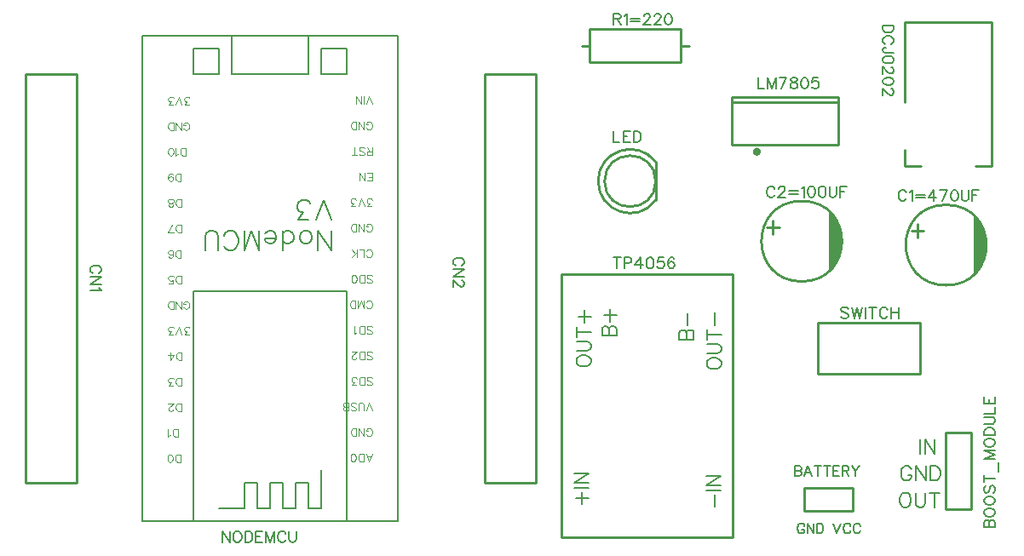
<source format=gto>
G04 Layer: TopSilkLayer*
G04 EasyEDA v6.4.0, 2020-07-10T11:57:04+05:30*
G04 10c5ef2ce51e4c2f8f143787e658d517,b6e8962e620740079bb188d2402746ea,10*
G04 Gerber Generator version 0.2*
G04 Scale: 100 percent, Rotated: No, Reflected: No *
G04 Dimensions in inches *
G04 leading zeros omitted , absolute positions ,2 integer and 4 decimal *
%FSLAX24Y24*%
%MOIN*%
G90*
G70D02*

%ADD10C,0.010000*%
%ADD23C,0.008000*%
%ADD24C,0.015748*%
%ADD25C,0.006000*%
%ADD26C,0.002560*%

%LPD*%
G54D10*
G01X20800Y2600D02*
G01X18800Y2600D01*
G01X18800Y18600D01*
G01X20800Y18600D01*
G01X20800Y2600D01*
G01X2850Y2600D02*
G01X850Y2600D01*
G01X850Y18600D01*
G01X2850Y18600D01*
G01X2850Y2600D01*
G01X36850Y4550D02*
G01X37850Y4550D01*
G01X37850Y1550D01*
G01X36850Y1550D01*
G01X36850Y4550D01*
G01X25500Y13650D02*
G01X25500Y15150D01*
G01X21800Y10750D02*
G01X21800Y450D01*
G01X28500Y450D01*
G01X28500Y10750D01*
G01X21800Y10750D01*
G01X31850Y6850D02*
G01X31850Y8850D01*
G01X35850Y8850D01*
G01X35850Y6850D01*
G01X31850Y6850D01*
G01X32636Y17505D02*
G01X28463Y17505D01*
G01X28463Y17702D02*
G01X32636Y17702D01*
G01X32636Y15813D01*
G01X28463Y15813D01*
G01X28463Y17700D01*
G01X28463Y17702D01*
G54D23*
G01X5400Y20100D02*
G01X8900Y20100D01*
G01X11900Y20100D01*
G01X15400Y20100D01*
G01X15400Y1100D01*
G01X13400Y1100D01*
G01X7400Y1100D01*
G01X5400Y1100D01*
G01X5400Y20100D01*
G01X13400Y1100D02*
G01X13400Y10100D01*
G01X7400Y10100D01*
G01X7400Y1100D01*
G01X11900Y20100D02*
G01X11900Y18600D01*
G01X8900Y18600D01*
G01X8900Y20100D01*
G01X12400Y3100D02*
G01X12400Y1600D01*
G01X11900Y1600D01*
G01X11900Y2600D01*
G01X11400Y2600D01*
G01X11400Y1600D01*
G01X10900Y1600D01*
G01X10900Y2600D01*
G01X10400Y2600D01*
G01X10400Y1600D01*
G01X9900Y1600D01*
G01X9900Y2600D01*
G01X9400Y2600D01*
G01X9400Y1600D01*
G01X8400Y1600D01*
G01X13400Y18600D02*
G01X12400Y18600D01*
G01X12400Y19600D01*
G01X13400Y19600D01*
G01X13400Y18600D01*
G01X8400Y18600D02*
G01X8400Y19600D01*
G01X7400Y19600D01*
G01X7400Y18600D01*
G01X8400Y18600D01*
G54D10*
G01X38010Y15009D02*
G01X38639Y15009D01*
G01X38639Y20640D01*
G01X35260Y20640D01*
G01X35260Y17509D01*
G01X35260Y15640D02*
G01X35260Y15009D01*
G01X35889Y15009D01*
G01X22928Y20349D02*
G01X26471Y20349D01*
G01X26471Y19050D01*
G01X22928Y19050D01*
G01X22928Y20349D01*
G01X26499Y19700D02*
G01X26799Y19700D01*
G01X22899Y19700D02*
G01X22599Y19700D01*
G01X30091Y12340D02*
G01X30091Y12869D01*
G01X30341Y12609D02*
G01X29851Y12609D01*
G01X35741Y12190D02*
G01X35741Y12719D01*
G01X35991Y12459D02*
G01X35501Y12459D01*
G01X31300Y2400D02*
G01X33200Y2400D01*
G01X33200Y1500D01*
G01X31300Y1500D01*
G01X31300Y2400D01*
G54D25*
G01X35850Y4305D02*
G01X35850Y3732D01*
G01X36030Y4305D02*
G01X36030Y3732D01*
G01X36030Y4305D02*
G01X36411Y3732D01*
G01X36411Y4305D02*
G01X36411Y3732D01*
G01X35509Y3119D02*
G01X35481Y3173D01*
G01X35427Y3228D01*
G01X35372Y3255D01*
G01X35264Y3255D01*
G01X35209Y3228D01*
G01X35155Y3173D01*
G01X35127Y3119D01*
G01X35100Y3036D01*
G01X35100Y2901D01*
G01X35127Y2819D01*
G01X35155Y2765D01*
G01X35209Y2709D01*
G01X35264Y2682D01*
G01X35372Y2682D01*
G01X35427Y2709D01*
G01X35481Y2765D01*
G01X35509Y2819D01*
G01X35509Y2901D01*
G01X35372Y2901D02*
G01X35509Y2901D01*
G01X35689Y3255D02*
G01X35689Y2682D01*
G01X35689Y3255D02*
G01X36071Y2682D01*
G01X36071Y3255D02*
G01X36071Y2682D01*
G01X36251Y3255D02*
G01X36251Y2682D01*
G01X36251Y3255D02*
G01X36442Y3255D01*
G01X36523Y3228D01*
G01X36577Y3173D01*
G01X36605Y3119D01*
G01X36632Y3036D01*
G01X36632Y2901D01*
G01X36605Y2819D01*
G01X36577Y2765D01*
G01X36523Y2709D01*
G01X36442Y2682D01*
G01X36251Y2682D01*
G01X35214Y2205D02*
G01X35159Y2178D01*
G01X35105Y2123D01*
G01X35077Y2069D01*
G01X35050Y1986D01*
G01X35050Y1851D01*
G01X35077Y1769D01*
G01X35105Y1715D01*
G01X35159Y1659D01*
G01X35214Y1632D01*
G01X35322Y1632D01*
G01X35377Y1659D01*
G01X35431Y1715D01*
G01X35459Y1769D01*
G01X35485Y1851D01*
G01X35485Y1986D01*
G01X35459Y2069D01*
G01X35431Y2123D01*
G01X35377Y2178D01*
G01X35322Y2205D01*
G01X35214Y2205D01*
G01X35665Y2205D02*
G01X35665Y1796D01*
G01X35693Y1715D01*
G01X35747Y1659D01*
G01X35830Y1632D01*
G01X35885Y1632D01*
G01X35965Y1659D01*
G01X36021Y1715D01*
G01X36047Y1796D01*
G01X36047Y2205D01*
G01X36418Y2205D02*
G01X36418Y1632D01*
G01X36227Y2205D02*
G01X36610Y2205D01*
G01X17902Y11092D02*
G01X17943Y11113D01*
G01X17984Y11155D01*
G01X18003Y11194D01*
G01X18003Y11276D01*
G01X17984Y11317D01*
G01X17943Y11359D01*
G01X17902Y11380D01*
G01X17839Y11400D01*
G01X17738Y11400D01*
G01X17677Y11380D01*
G01X17635Y11359D01*
G01X17594Y11317D01*
G01X17575Y11276D01*
G01X17575Y11194D01*
G01X17594Y11155D01*
G01X17635Y11113D01*
G01X17677Y11092D01*
G01X18003Y10957D02*
G01X17575Y10957D01*
G01X18003Y10957D02*
G01X17575Y10671D01*
G01X18003Y10671D02*
G01X17575Y10671D01*
G01X17902Y10515D02*
G01X17922Y10515D01*
G01X17963Y10496D01*
G01X17984Y10475D01*
G01X18003Y10434D01*
G01X18003Y10353D01*
G01X17984Y10311D01*
G01X17963Y10290D01*
G01X17922Y10271D01*
G01X17881Y10271D01*
G01X17839Y10290D01*
G01X17778Y10332D01*
G01X17575Y10536D01*
G01X17575Y10250D01*
G01X3701Y10792D02*
G01X3742Y10813D01*
G01X3784Y10855D01*
G01X3803Y10894D01*
G01X3803Y10976D01*
G01X3784Y11017D01*
G01X3742Y11059D01*
G01X3701Y11080D01*
G01X3640Y11100D01*
G01X3538Y11100D01*
G01X3476Y11080D01*
G01X3436Y11059D01*
G01X3394Y11017D01*
G01X3375Y10976D01*
G01X3375Y10894D01*
G01X3394Y10855D01*
G01X3436Y10813D01*
G01X3476Y10792D01*
G01X3803Y10657D02*
G01X3375Y10657D01*
G01X3803Y10657D02*
G01X3375Y10371D01*
G01X3803Y10371D02*
G01X3375Y10371D01*
G01X3721Y10236D02*
G01X3742Y10196D01*
G01X3803Y10134D01*
G01X3375Y10134D01*
G01X38350Y847D02*
G01X38779Y847D01*
G01X38350Y847D02*
G01X38350Y1031D01*
G01X38369Y1092D01*
G01X38390Y1113D01*
G01X38431Y1133D01*
G01X38472Y1133D01*
G01X38514Y1113D01*
G01X38534Y1092D01*
G01X38554Y1031D01*
G01X38554Y847D02*
G01X38554Y1031D01*
G01X38575Y1092D01*
G01X38594Y1113D01*
G01X38635Y1133D01*
G01X38697Y1133D01*
G01X38739Y1113D01*
G01X38759Y1092D01*
G01X38779Y1031D01*
G01X38779Y847D01*
G01X38350Y1391D02*
G01X38369Y1350D01*
G01X38410Y1309D01*
G01X38452Y1289D01*
G01X38514Y1268D01*
G01X38615Y1268D01*
G01X38677Y1289D01*
G01X38718Y1309D01*
G01X38759Y1350D01*
G01X38779Y1391D01*
G01X38779Y1473D01*
G01X38759Y1514D01*
G01X38718Y1555D01*
G01X38677Y1575D01*
G01X38615Y1596D01*
G01X38514Y1596D01*
G01X38452Y1575D01*
G01X38410Y1555D01*
G01X38369Y1514D01*
G01X38350Y1473D01*
G01X38350Y1391D01*
G01X38350Y1853D02*
G01X38369Y1812D01*
G01X38410Y1772D01*
G01X38452Y1751D01*
G01X38514Y1731D01*
G01X38615Y1731D01*
G01X38677Y1751D01*
G01X38718Y1772D01*
G01X38759Y1812D01*
G01X38779Y1853D01*
G01X38779Y1935D01*
G01X38759Y1976D01*
G01X38718Y2017D01*
G01X38677Y2037D01*
G01X38615Y2058D01*
G01X38514Y2058D01*
G01X38452Y2037D01*
G01X38410Y2017D01*
G01X38369Y1976D01*
G01X38350Y1935D01*
G01X38350Y1853D01*
G01X38410Y2479D02*
G01X38369Y2438D01*
G01X38350Y2377D01*
G01X38350Y2295D01*
G01X38369Y2234D01*
G01X38410Y2193D01*
G01X38452Y2193D01*
G01X38493Y2213D01*
G01X38514Y2234D01*
G01X38534Y2275D01*
G01X38575Y2397D01*
G01X38594Y2438D01*
G01X38615Y2459D01*
G01X38656Y2479D01*
G01X38718Y2479D01*
G01X38759Y2438D01*
G01X38779Y2377D01*
G01X38779Y2295D01*
G01X38759Y2234D01*
G01X38718Y2193D01*
G01X38350Y2757D02*
G01X38779Y2757D01*
G01X38350Y2614D02*
G01X38350Y2901D01*
G01X38922Y3036D02*
G01X38922Y3404D01*
G01X38350Y3539D02*
G01X38779Y3539D01*
G01X38350Y3539D02*
G01X38779Y3702D01*
G01X38350Y3866D02*
G01X38779Y3702D01*
G01X38350Y3866D02*
G01X38779Y3866D01*
G01X38350Y4124D02*
G01X38369Y4083D01*
G01X38410Y4042D01*
G01X38452Y4022D01*
G01X38514Y4001D01*
G01X38615Y4001D01*
G01X38677Y4022D01*
G01X38718Y4042D01*
G01X38759Y4083D01*
G01X38779Y4124D01*
G01X38779Y4206D01*
G01X38759Y4247D01*
G01X38718Y4287D01*
G01X38677Y4308D01*
G01X38615Y4328D01*
G01X38514Y4328D01*
G01X38452Y4308D01*
G01X38410Y4287D01*
G01X38369Y4247D01*
G01X38350Y4206D01*
G01X38350Y4124D01*
G01X38350Y4463D02*
G01X38779Y4463D01*
G01X38350Y4463D02*
G01X38350Y4607D01*
G01X38369Y4668D01*
G01X38410Y4709D01*
G01X38452Y4729D01*
G01X38514Y4750D01*
G01X38615Y4750D01*
G01X38677Y4729D01*
G01X38718Y4709D01*
G01X38759Y4668D01*
G01X38779Y4607D01*
G01X38779Y4463D01*
G01X38350Y4885D02*
G01X38656Y4885D01*
G01X38718Y4905D01*
G01X38759Y4946D01*
G01X38779Y5007D01*
G01X38779Y5048D01*
G01X38759Y5110D01*
G01X38718Y5151D01*
G01X38656Y5171D01*
G01X38350Y5171D01*
G01X38350Y5306D02*
G01X38779Y5306D01*
G01X38779Y5306D02*
G01X38779Y5552D01*
G01X38350Y5687D02*
G01X38779Y5687D01*
G01X38350Y5687D02*
G01X38350Y5952D01*
G01X38554Y5687D02*
G01X38554Y5850D01*
G01X38779Y5687D02*
G01X38779Y5952D01*
G01X23850Y16353D02*
G01X23850Y15925D01*
G01X23850Y15925D02*
G01X24094Y15925D01*
G01X24230Y16353D02*
G01X24230Y15925D01*
G01X24230Y16353D02*
G01X24496Y16353D01*
G01X24230Y16150D02*
G01X24393Y16150D01*
G01X24230Y15925D02*
G01X24496Y15925D01*
G01X24631Y16353D02*
G01X24631Y15925D01*
G01X24631Y16353D02*
G01X24775Y16353D01*
G01X24835Y16334D01*
G01X24877Y16292D01*
G01X24897Y16251D01*
G01X24918Y16190D01*
G01X24918Y16088D01*
G01X24897Y16026D01*
G01X24877Y15986D01*
G01X24835Y15944D01*
G01X24775Y15925D01*
G01X24631Y15925D01*
G01X23993Y11414D02*
G01X23993Y10985D01*
G01X23850Y11414D02*
G01X24135Y11414D01*
G01X24271Y11414D02*
G01X24271Y10985D01*
G01X24271Y11414D02*
G01X24455Y11414D01*
G01X24517Y11394D01*
G01X24536Y11373D01*
G01X24557Y11332D01*
G01X24557Y11271D01*
G01X24536Y11230D01*
G01X24517Y11210D01*
G01X24455Y11189D01*
G01X24271Y11189D01*
G01X24897Y11414D02*
G01X24693Y11128D01*
G01X25000Y11128D01*
G01X24897Y11414D02*
G01X24897Y10985D01*
G01X25256Y11414D02*
G01X25196Y11394D01*
G01X25155Y11332D01*
G01X25135Y11230D01*
G01X25135Y11169D01*
G01X25155Y11066D01*
G01X25196Y11005D01*
G01X25256Y10985D01*
G01X25297Y10985D01*
G01X25360Y11005D01*
G01X25400Y11066D01*
G01X25421Y11169D01*
G01X25421Y11230D01*
G01X25400Y11332D01*
G01X25360Y11394D01*
G01X25297Y11414D01*
G01X25256Y11414D01*
G01X25801Y11414D02*
G01X25597Y11414D01*
G01X25576Y11230D01*
G01X25597Y11250D01*
G01X25657Y11271D01*
G01X25719Y11271D01*
G01X25781Y11250D01*
G01X25822Y11210D01*
G01X25842Y11148D01*
G01X25842Y11107D01*
G01X25822Y11046D01*
G01X25781Y11005D01*
G01X25719Y10985D01*
G01X25657Y10985D01*
G01X25597Y11005D01*
G01X25576Y11025D01*
G01X25556Y11066D01*
G01X26222Y11353D02*
G01X26202Y11394D01*
G01X26140Y11414D01*
G01X26100Y11414D01*
G01X26039Y11394D01*
G01X25997Y11332D01*
G01X25977Y11230D01*
G01X25977Y11128D01*
G01X25997Y11046D01*
G01X26039Y11005D01*
G01X26100Y10985D01*
G01X26119Y10985D01*
G01X26181Y11005D01*
G01X26222Y11046D01*
G01X26243Y11107D01*
G01X26243Y11128D01*
G01X26222Y11189D01*
G01X26181Y11230D01*
G01X26119Y11250D01*
G01X26100Y11250D01*
G01X26039Y11230D01*
G01X25997Y11189D01*
G01X25977Y11128D01*
G54D23*
G01X22380Y1992D02*
G01X22864Y1992D01*
G01X22622Y1750D02*
G01X22622Y2232D01*
G01X22300Y2409D02*
G01X22864Y2409D01*
G01X22300Y2588D02*
G01X22864Y2588D01*
G01X22300Y2588D02*
G01X22864Y2963D01*
G01X22300Y2963D02*
G01X22864Y2963D01*
G01X27798Y1648D02*
G01X27798Y2132D01*
G01X27477Y2309D02*
G01X28040Y2309D01*
G01X27477Y2486D02*
G01X28040Y2486D01*
G01X27477Y2486D02*
G01X28040Y2861D01*
G01X27477Y2861D02*
G01X28040Y2861D01*
G01X22400Y7311D02*
G01X22427Y7257D01*
G01X22480Y7203D01*
G01X22534Y7176D01*
G01X22614Y7150D01*
G01X22748Y7150D01*
G01X22828Y7176D01*
G01X22882Y7203D01*
G01X22936Y7257D01*
G01X22964Y7311D01*
G01X22964Y7417D01*
G01X22936Y7471D01*
G01X22882Y7526D01*
G01X22828Y7553D01*
G01X22748Y7578D01*
G01X22614Y7578D01*
G01X22534Y7553D01*
G01X22480Y7526D01*
G01X22427Y7471D01*
G01X22400Y7417D01*
G01X22400Y7311D01*
G01X22400Y7757D02*
G01X22802Y7757D01*
G01X22882Y7782D01*
G01X22936Y7836D01*
G01X22964Y7917D01*
G01X22964Y7971D01*
G01X22936Y8051D01*
G01X22882Y8105D01*
G01X22802Y8132D01*
G01X22400Y8132D01*
G01X22400Y8498D02*
G01X22964Y8498D01*
G01X22400Y8309D02*
G01X22400Y8684D01*
G01X22480Y9103D02*
G01X22964Y9103D01*
G01X22722Y8863D02*
G01X22722Y9346D01*
G01X23400Y8350D02*
G01X23964Y8350D01*
G01X23400Y8350D02*
G01X23400Y8592D01*
G01X23427Y8671D01*
G01X23453Y8698D01*
G01X23506Y8726D01*
G01X23560Y8726D01*
G01X23614Y8698D01*
G01X23640Y8671D01*
G01X23668Y8592D01*
G01X23668Y8350D02*
G01X23668Y8592D01*
G01X23694Y8671D01*
G01X23722Y8698D01*
G01X23776Y8726D01*
G01X23856Y8726D01*
G01X23910Y8698D01*
G01X23936Y8671D01*
G01X23964Y8592D01*
G01X23964Y8350D01*
G01X23480Y9144D02*
G01X23964Y9144D01*
G01X23722Y8903D02*
G01X23722Y9386D01*
G01X26427Y8200D02*
G01X26992Y8200D01*
G01X26427Y8200D02*
G01X26427Y8442D01*
G01X26455Y8521D01*
G01X26481Y8548D01*
G01X26535Y8576D01*
G01X26589Y8576D01*
G01X26643Y8548D01*
G01X26668Y8521D01*
G01X26696Y8442D01*
G01X26696Y8200D02*
G01X26696Y8442D01*
G01X26722Y8521D01*
G01X26750Y8548D01*
G01X26803Y8576D01*
G01X26884Y8576D01*
G01X26938Y8548D01*
G01X26964Y8521D01*
G01X26992Y8442D01*
G01X26992Y8200D01*
G01X26750Y8753D02*
G01X26750Y9236D01*
G01X27500Y7211D02*
G01X27527Y7157D01*
G01X27580Y7103D01*
G01X27634Y7076D01*
G01X27714Y7050D01*
G01X27848Y7050D01*
G01X27928Y7076D01*
G01X27982Y7103D01*
G01X28036Y7157D01*
G01X28064Y7211D01*
G01X28064Y7317D01*
G01X28036Y7371D01*
G01X27982Y7426D01*
G01X27928Y7453D01*
G01X27848Y7478D01*
G01X27714Y7478D01*
G01X27634Y7453D01*
G01X27580Y7426D01*
G01X27527Y7371D01*
G01X27500Y7317D01*
G01X27500Y7211D01*
G01X27500Y7657D02*
G01X27902Y7657D01*
G01X27982Y7682D01*
G01X28036Y7736D01*
G01X28064Y7817D01*
G01X28064Y7871D01*
G01X28036Y7951D01*
G01X27982Y8005D01*
G01X27902Y8032D01*
G01X27500Y8032D01*
G01X27500Y8398D02*
G01X28064Y8398D01*
G01X27500Y8209D02*
G01X27500Y8584D01*
G01X27822Y8763D02*
G01X27822Y9246D01*
G54D25*
G01X33035Y9403D02*
G01X32994Y9444D01*
G01X32934Y9464D01*
G01X32852Y9464D01*
G01X32790Y9444D01*
G01X32750Y9403D01*
G01X32750Y9362D01*
G01X32769Y9321D01*
G01X32790Y9300D01*
G01X32831Y9280D01*
G01X32955Y9239D01*
G01X32994Y9219D01*
G01X33015Y9198D01*
G01X33035Y9157D01*
G01X33035Y9096D01*
G01X32994Y9055D01*
G01X32934Y9035D01*
G01X32852Y9035D01*
G01X32790Y9055D01*
G01X32750Y9096D01*
G01X33171Y9464D02*
G01X33273Y9035D01*
G01X33376Y9464D02*
G01X33273Y9035D01*
G01X33376Y9464D02*
G01X33477Y9035D01*
G01X33580Y9464D02*
G01X33477Y9035D01*
G01X33714Y9464D02*
G01X33714Y9035D01*
G01X33993Y9464D02*
G01X33993Y9035D01*
G01X33850Y9464D02*
G01X34136Y9464D01*
G01X34579Y9362D02*
G01X34557Y9403D01*
G01X34517Y9444D01*
G01X34476Y9464D01*
G01X34394Y9464D01*
G01X34354Y9444D01*
G01X34313Y9403D01*
G01X34292Y9362D01*
G01X34272Y9300D01*
G01X34272Y9198D01*
G01X34292Y9137D01*
G01X34313Y9096D01*
G01X34354Y9055D01*
G01X34394Y9035D01*
G01X34476Y9035D01*
G01X34517Y9055D01*
G01X34557Y9096D01*
G01X34579Y9137D01*
G01X34714Y9464D02*
G01X34714Y9035D01*
G01X35000Y9464D02*
G01X35000Y9035D01*
G01X34714Y9260D02*
G01X35000Y9260D01*
G01X29500Y18453D02*
G01X29500Y18025D01*
G01X29500Y18025D02*
G01X29744Y18025D01*
G01X29880Y18453D02*
G01X29880Y18025D01*
G01X29880Y18453D02*
G01X30043Y18025D01*
G01X30207Y18453D02*
G01X30043Y18025D01*
G01X30207Y18453D02*
G01X30207Y18025D01*
G01X30628Y18453D02*
G01X30425Y18025D01*
G01X30343Y18453D02*
G01X30628Y18453D01*
G01X30865Y18453D02*
G01X30805Y18434D01*
G01X30785Y18392D01*
G01X30785Y18352D01*
G01X30805Y18311D01*
G01X30846Y18290D01*
G01X30927Y18269D01*
G01X30989Y18250D01*
G01X31030Y18209D01*
G01X31050Y18167D01*
G01X31050Y18105D01*
G01X31030Y18065D01*
G01X31010Y18044D01*
G01X30947Y18025D01*
G01X30865Y18025D01*
G01X30805Y18044D01*
G01X30785Y18065D01*
G01X30764Y18105D01*
G01X30764Y18167D01*
G01X30785Y18209D01*
G01X30825Y18250D01*
G01X30886Y18269D01*
G01X30968Y18290D01*
G01X31010Y18311D01*
G01X31030Y18352D01*
G01X31030Y18392D01*
G01X31010Y18434D01*
G01X30947Y18453D01*
G01X30865Y18453D01*
G01X31307Y18453D02*
G01X31247Y18434D01*
G01X31206Y18371D01*
G01X31185Y18269D01*
G01X31185Y18209D01*
G01X31206Y18105D01*
G01X31247Y18044D01*
G01X31307Y18025D01*
G01X31348Y18025D01*
G01X31410Y18044D01*
G01X31451Y18105D01*
G01X31472Y18209D01*
G01X31472Y18269D01*
G01X31451Y18371D01*
G01X31410Y18434D01*
G01X31348Y18453D01*
G01X31307Y18453D01*
G01X31852Y18453D02*
G01X31647Y18453D01*
G01X31627Y18269D01*
G01X31647Y18290D01*
G01X31709Y18311D01*
G01X31769Y18311D01*
G01X31831Y18290D01*
G01X31872Y18250D01*
G01X31893Y18188D01*
G01X31893Y18146D01*
G01X31872Y18086D01*
G01X31831Y18044D01*
G01X31769Y18025D01*
G01X31709Y18025D01*
G01X31647Y18044D01*
G01X31627Y18065D01*
G01X31606Y18105D01*
G01X8550Y703D02*
G01X8550Y275D01*
G01X8550Y703D02*
G01X8835Y275D01*
G01X8835Y703D02*
G01X8835Y275D01*
G01X9093Y703D02*
G01X9052Y684D01*
G01X9011Y642D01*
G01X8992Y601D01*
G01X8971Y540D01*
G01X8971Y438D01*
G01X8992Y376D01*
G01X9011Y336D01*
G01X9052Y294D01*
G01X9093Y275D01*
G01X9176Y275D01*
G01X9217Y294D01*
G01X9257Y336D01*
G01X9277Y376D01*
G01X9298Y438D01*
G01X9298Y540D01*
G01X9277Y601D01*
G01X9257Y642D01*
G01X9217Y684D01*
G01X9176Y703D01*
G01X9093Y703D01*
G01X9434Y703D02*
G01X9434Y275D01*
G01X9434Y703D02*
G01X9577Y703D01*
G01X9638Y684D01*
G01X9678Y642D01*
G01X9700Y601D01*
G01X9719Y540D01*
G01X9719Y438D01*
G01X9700Y376D01*
G01X9678Y336D01*
G01X9638Y294D01*
G01X9577Y275D01*
G01X9434Y275D01*
G01X9855Y703D02*
G01X9855Y275D01*
G01X9855Y703D02*
G01X10121Y703D01*
G01X9855Y500D02*
G01X10018Y500D01*
G01X9855Y275D02*
G01X10121Y275D01*
G01X10256Y703D02*
G01X10256Y275D01*
G01X10256Y703D02*
G01X10419Y275D01*
G01X10582Y703D02*
G01X10419Y275D01*
G01X10582Y703D02*
G01X10582Y275D01*
G01X11025Y601D02*
G01X11005Y642D01*
G01X10964Y684D01*
G01X10922Y703D01*
G01X10840Y703D01*
G01X10800Y684D01*
G01X10759Y642D01*
G01X10739Y601D01*
G01X10718Y540D01*
G01X10718Y438D01*
G01X10739Y376D01*
G01X10759Y336D01*
G01X10800Y294D01*
G01X10840Y275D01*
G01X10922Y275D01*
G01X10964Y294D01*
G01X11005Y336D01*
G01X11025Y376D01*
G01X11160Y703D02*
G01X11160Y396D01*
G01X11180Y336D01*
G01X11221Y294D01*
G01X11282Y275D01*
G01X11323Y275D01*
G01X11385Y294D01*
G01X11426Y336D01*
G01X11446Y396D01*
G01X11446Y703D01*
G54D26*
G01X14284Y3425D02*
G01X14400Y3730D01*
G01X14284Y3425D02*
G01X14167Y3730D01*
G01X14356Y3628D02*
G01X14210Y3628D01*
G01X14071Y3425D02*
G01X14071Y3730D01*
G01X14071Y3425D02*
G01X13968Y3425D01*
G01X13926Y3440D01*
G01X13897Y3469D01*
G01X13881Y3498D01*
G01X13868Y3542D01*
G01X13868Y3615D01*
G01X13881Y3657D01*
G01X13897Y3686D01*
G01X13926Y3715D01*
G01X13968Y3730D01*
G01X14071Y3730D01*
G01X13684Y3425D02*
G01X13727Y3440D01*
G01X13756Y3484D01*
G01X13772Y3555D01*
G01X13772Y3600D01*
G01X13756Y3673D01*
G01X13727Y3715D01*
G01X13684Y3730D01*
G01X13655Y3730D01*
G01X13611Y3715D01*
G01X13582Y3673D01*
G01X13568Y3600D01*
G01X13568Y3555D01*
G01X13582Y3484D01*
G01X13611Y3440D01*
G01X13655Y3425D01*
G01X13684Y3425D01*
G01X14181Y4498D02*
G01X14196Y4469D01*
G01X14225Y4440D01*
G01X14255Y4425D01*
G01X14313Y4425D01*
G01X14342Y4440D01*
G01X14371Y4469D01*
G01X14385Y4498D01*
G01X14400Y4542D01*
G01X14400Y4615D01*
G01X14385Y4657D01*
G01X14371Y4686D01*
G01X14342Y4715D01*
G01X14313Y4730D01*
G01X14255Y4730D01*
G01X14225Y4715D01*
G01X14196Y4686D01*
G01X14181Y4657D01*
G01X14181Y4615D01*
G01X14255Y4615D02*
G01X14181Y4615D01*
G01X14085Y4425D02*
G01X14085Y4730D01*
G01X14085Y4425D02*
G01X13881Y4730D01*
G01X13881Y4425D02*
G01X13881Y4730D01*
G01X13785Y4425D02*
G01X13785Y4730D01*
G01X13785Y4425D02*
G01X13684Y4425D01*
G01X13640Y4440D01*
G01X13611Y4469D01*
G01X13597Y4498D01*
G01X13582Y4542D01*
G01X13582Y4615D01*
G01X13597Y4657D01*
G01X13611Y4686D01*
G01X13640Y4715D01*
G01X13684Y4730D01*
G01X13785Y4730D01*
G01X14400Y5425D02*
G01X14284Y5730D01*
G01X14167Y5425D02*
G01X14284Y5730D01*
G01X14071Y5425D02*
G01X14071Y5644D01*
G01X14056Y5686D01*
G01X14027Y5715D01*
G01X13984Y5730D01*
G01X13955Y5730D01*
G01X13910Y5715D01*
G01X13881Y5686D01*
G01X13868Y5644D01*
G01X13868Y5425D01*
G01X13568Y5469D02*
G01X13597Y5440D01*
G01X13640Y5425D01*
G01X13698Y5425D01*
G01X13743Y5440D01*
G01X13772Y5469D01*
G01X13772Y5498D01*
G01X13756Y5526D01*
G01X13743Y5542D01*
G01X13713Y5555D01*
G01X13626Y5584D01*
G01X13597Y5600D01*
G01X13582Y5615D01*
G01X13568Y5644D01*
G01X13568Y5686D01*
G01X13597Y5715D01*
G01X13640Y5730D01*
G01X13698Y5730D01*
G01X13743Y5715D01*
G01X13772Y5686D01*
G01X13472Y5425D02*
G01X13472Y5730D01*
G01X13472Y5425D02*
G01X13340Y5425D01*
G01X13297Y5440D01*
G01X13282Y5455D01*
G01X13268Y5484D01*
G01X13268Y5513D01*
G01X13282Y5542D01*
G01X13297Y5555D01*
G01X13340Y5571D01*
G01X13472Y5571D02*
G01X13340Y5571D01*
G01X13297Y5584D01*
G01X13282Y5600D01*
G01X13268Y5628D01*
G01X13268Y5673D01*
G01X13282Y5701D01*
G01X13297Y5715D01*
G01X13340Y5730D01*
G01X13472Y5730D01*
G01X14196Y6469D02*
G01X14225Y6440D01*
G01X14268Y6425D01*
G01X14327Y6425D01*
G01X14371Y6440D01*
G01X14400Y6469D01*
G01X14400Y6498D01*
G01X14385Y6526D01*
G01X14371Y6542D01*
G01X14342Y6555D01*
G01X14255Y6584D01*
G01X14225Y6600D01*
G01X14210Y6615D01*
G01X14196Y6644D01*
G01X14196Y6686D01*
G01X14225Y6715D01*
G01X14268Y6730D01*
G01X14327Y6730D01*
G01X14371Y6715D01*
G01X14400Y6686D01*
G01X14100Y6425D02*
G01X14100Y6730D01*
G01X14100Y6425D02*
G01X13998Y6425D01*
G01X13955Y6440D01*
G01X13926Y6469D01*
G01X13910Y6498D01*
G01X13897Y6542D01*
G01X13897Y6615D01*
G01X13910Y6657D01*
G01X13926Y6686D01*
G01X13955Y6715D01*
G01X13998Y6730D01*
G01X14100Y6730D01*
G01X13772Y6425D02*
G01X13611Y6425D01*
G01X13698Y6542D01*
G01X13655Y6542D01*
G01X13626Y6555D01*
G01X13611Y6571D01*
G01X13597Y6615D01*
G01X13597Y6644D01*
G01X13611Y6686D01*
G01X13640Y6715D01*
G01X13684Y6730D01*
G01X13727Y6730D01*
G01X13772Y6715D01*
G01X13785Y6701D01*
G01X13801Y6673D01*
G01X14196Y7469D02*
G01X14225Y7440D01*
G01X14268Y7425D01*
G01X14327Y7425D01*
G01X14371Y7440D01*
G01X14400Y7469D01*
G01X14400Y7498D01*
G01X14385Y7526D01*
G01X14371Y7542D01*
G01X14342Y7555D01*
G01X14255Y7584D01*
G01X14225Y7600D01*
G01X14210Y7615D01*
G01X14196Y7644D01*
G01X14196Y7686D01*
G01X14225Y7715D01*
G01X14268Y7730D01*
G01X14327Y7730D01*
G01X14371Y7715D01*
G01X14400Y7686D01*
G01X14100Y7425D02*
G01X14100Y7730D01*
G01X14100Y7425D02*
G01X13998Y7425D01*
G01X13955Y7440D01*
G01X13926Y7469D01*
G01X13910Y7498D01*
G01X13897Y7542D01*
G01X13897Y7615D01*
G01X13910Y7657D01*
G01X13926Y7686D01*
G01X13955Y7715D01*
G01X13998Y7730D01*
G01X14100Y7730D01*
G01X13785Y7498D02*
G01X13785Y7484D01*
G01X13772Y7455D01*
G01X13756Y7440D01*
G01X13727Y7425D01*
G01X13669Y7425D01*
G01X13640Y7440D01*
G01X13626Y7455D01*
G01X13611Y7484D01*
G01X13611Y7513D01*
G01X13626Y7542D01*
G01X13655Y7584D01*
G01X13801Y7730D01*
G01X13597Y7730D01*
G01X14196Y8469D02*
G01X14225Y8440D01*
G01X14268Y8425D01*
G01X14327Y8425D01*
G01X14371Y8440D01*
G01X14400Y8469D01*
G01X14400Y8498D01*
G01X14385Y8526D01*
G01X14371Y8542D01*
G01X14342Y8555D01*
G01X14255Y8584D01*
G01X14225Y8600D01*
G01X14210Y8615D01*
G01X14196Y8644D01*
G01X14196Y8686D01*
G01X14225Y8715D01*
G01X14268Y8730D01*
G01X14327Y8730D01*
G01X14371Y8715D01*
G01X14400Y8686D01*
G01X14100Y8425D02*
G01X14100Y8730D01*
G01X14100Y8425D02*
G01X13998Y8425D01*
G01X13955Y8440D01*
G01X13926Y8469D01*
G01X13910Y8498D01*
G01X13897Y8542D01*
G01X13897Y8615D01*
G01X13910Y8657D01*
G01X13926Y8686D01*
G01X13955Y8715D01*
G01X13998Y8730D01*
G01X14100Y8730D01*
G01X13801Y8484D02*
G01X13772Y8469D01*
G01X13727Y8425D01*
G01X13727Y8730D01*
G01X14181Y9498D02*
G01X14196Y9469D01*
G01X14225Y9440D01*
G01X14255Y9425D01*
G01X14313Y9425D01*
G01X14342Y9440D01*
G01X14371Y9469D01*
G01X14385Y9498D01*
G01X14400Y9542D01*
G01X14400Y9615D01*
G01X14385Y9657D01*
G01X14371Y9686D01*
G01X14342Y9715D01*
G01X14313Y9730D01*
G01X14255Y9730D01*
G01X14225Y9715D01*
G01X14196Y9686D01*
G01X14181Y9657D01*
G01X14085Y9425D02*
G01X14085Y9730D01*
G01X14085Y9425D02*
G01X13968Y9730D01*
G01X13852Y9425D02*
G01X13968Y9730D01*
G01X13852Y9425D02*
G01X13852Y9730D01*
G01X13756Y9425D02*
G01X13756Y9730D01*
G01X13756Y9425D02*
G01X13655Y9425D01*
G01X13611Y9440D01*
G01X13582Y9469D01*
G01X13568Y9498D01*
G01X13552Y9542D01*
G01X13552Y9615D01*
G01X13568Y9657D01*
G01X13582Y9686D01*
G01X13611Y9715D01*
G01X13655Y9730D01*
G01X13756Y9730D01*
G01X14196Y10469D02*
G01X14225Y10440D01*
G01X14268Y10425D01*
G01X14327Y10425D01*
G01X14371Y10440D01*
G01X14400Y10469D01*
G01X14400Y10498D01*
G01X14385Y10526D01*
G01X14371Y10542D01*
G01X14342Y10555D01*
G01X14255Y10584D01*
G01X14225Y10600D01*
G01X14210Y10615D01*
G01X14196Y10644D01*
G01X14196Y10686D01*
G01X14225Y10715D01*
G01X14268Y10730D01*
G01X14327Y10730D01*
G01X14371Y10715D01*
G01X14400Y10686D01*
G01X14100Y10425D02*
G01X14100Y10730D01*
G01X14100Y10425D02*
G01X13998Y10425D01*
G01X13955Y10440D01*
G01X13926Y10469D01*
G01X13910Y10498D01*
G01X13897Y10542D01*
G01X13897Y10615D01*
G01X13910Y10657D01*
G01X13926Y10686D01*
G01X13955Y10715D01*
G01X13998Y10730D01*
G01X14100Y10730D01*
G01X13713Y10425D02*
G01X13756Y10440D01*
G01X13785Y10484D01*
G01X13801Y10555D01*
G01X13801Y10600D01*
G01X13785Y10673D01*
G01X13756Y10715D01*
G01X13713Y10730D01*
G01X13684Y10730D01*
G01X13640Y10715D01*
G01X13611Y10673D01*
G01X13597Y10600D01*
G01X13597Y10555D01*
G01X13611Y10484D01*
G01X13640Y10440D01*
G01X13684Y10425D01*
G01X13713Y10425D01*
G01X14181Y11498D02*
G01X14196Y11469D01*
G01X14225Y11440D01*
G01X14255Y11425D01*
G01X14313Y11425D01*
G01X14342Y11440D01*
G01X14371Y11469D01*
G01X14385Y11498D01*
G01X14400Y11542D01*
G01X14400Y11615D01*
G01X14385Y11657D01*
G01X14371Y11686D01*
G01X14342Y11715D01*
G01X14313Y11730D01*
G01X14255Y11730D01*
G01X14225Y11715D01*
G01X14196Y11686D01*
G01X14181Y11657D01*
G01X14085Y11425D02*
G01X14085Y11730D01*
G01X14085Y11730D02*
G01X13910Y11730D01*
G01X13814Y11425D02*
G01X13814Y11730D01*
G01X13611Y11425D02*
G01X13814Y11628D01*
G01X13743Y11555D02*
G01X13611Y11730D01*
G01X14181Y12498D02*
G01X14196Y12469D01*
G01X14225Y12440D01*
G01X14255Y12425D01*
G01X14313Y12425D01*
G01X14342Y12440D01*
G01X14371Y12469D01*
G01X14385Y12498D01*
G01X14400Y12542D01*
G01X14400Y12615D01*
G01X14385Y12657D01*
G01X14371Y12686D01*
G01X14342Y12715D01*
G01X14313Y12730D01*
G01X14255Y12730D01*
G01X14225Y12715D01*
G01X14196Y12686D01*
G01X14181Y12657D01*
G01X14181Y12615D01*
G01X14255Y12615D02*
G01X14181Y12615D01*
G01X14085Y12425D02*
G01X14085Y12730D01*
G01X14085Y12425D02*
G01X13881Y12730D01*
G01X13881Y12425D02*
G01X13881Y12730D01*
G01X13785Y12425D02*
G01X13785Y12730D01*
G01X13785Y12425D02*
G01X13684Y12425D01*
G01X13640Y12440D01*
G01X13611Y12469D01*
G01X13597Y12498D01*
G01X13582Y12542D01*
G01X13582Y12615D01*
G01X13597Y12657D01*
G01X13611Y12686D01*
G01X13640Y12715D01*
G01X13684Y12730D01*
G01X13785Y12730D01*
G01X14371Y13425D02*
G01X14210Y13425D01*
G01X14297Y13542D01*
G01X14255Y13542D01*
G01X14225Y13555D01*
G01X14210Y13571D01*
G01X14196Y13615D01*
G01X14196Y13644D01*
G01X14210Y13686D01*
G01X14239Y13715D01*
G01X14284Y13730D01*
G01X14327Y13730D01*
G01X14371Y13715D01*
G01X14385Y13701D01*
G01X14400Y13673D01*
G01X14100Y13425D02*
G01X13984Y13730D01*
G01X13868Y13425D02*
G01X13984Y13730D01*
G01X13743Y13425D02*
G01X13582Y13425D01*
G01X13669Y13542D01*
G01X13626Y13542D01*
G01X13597Y13555D01*
G01X13582Y13571D01*
G01X13568Y13615D01*
G01X13568Y13644D01*
G01X13582Y13686D01*
G01X13611Y13715D01*
G01X13655Y13730D01*
G01X13698Y13730D01*
G01X13743Y13715D01*
G01X13756Y13701D01*
G01X13772Y13673D01*
G01X14400Y14425D02*
G01X14400Y14730D01*
G01X14400Y14425D02*
G01X14210Y14425D01*
G01X14400Y14571D02*
G01X14284Y14571D01*
G01X14400Y14730D02*
G01X14210Y14730D01*
G01X14114Y14425D02*
G01X14114Y14730D01*
G01X14114Y14425D02*
G01X13910Y14730D01*
G01X13910Y14425D02*
G01X13910Y14730D01*
G01X14400Y15425D02*
G01X14400Y15730D01*
G01X14400Y15425D02*
G01X14268Y15425D01*
G01X14225Y15440D01*
G01X14210Y15455D01*
G01X14196Y15484D01*
G01X14196Y15513D01*
G01X14210Y15542D01*
G01X14225Y15555D01*
G01X14268Y15571D01*
G01X14400Y15571D01*
G01X14297Y15571D02*
G01X14196Y15730D01*
G01X13897Y15469D02*
G01X13926Y15440D01*
G01X13968Y15425D01*
G01X14027Y15425D01*
G01X14071Y15440D01*
G01X14100Y15469D01*
G01X14100Y15498D01*
G01X14085Y15526D01*
G01X14071Y15542D01*
G01X14042Y15555D01*
G01X13955Y15584D01*
G01X13926Y15600D01*
G01X13910Y15615D01*
G01X13897Y15644D01*
G01X13897Y15686D01*
G01X13926Y15715D01*
G01X13968Y15730D01*
G01X14027Y15730D01*
G01X14071Y15715D01*
G01X14100Y15686D01*
G01X13698Y15425D02*
G01X13698Y15730D01*
G01X13801Y15425D02*
G01X13597Y15425D01*
G01X14181Y16498D02*
G01X14196Y16469D01*
G01X14225Y16440D01*
G01X14255Y16425D01*
G01X14313Y16425D01*
G01X14342Y16440D01*
G01X14371Y16469D01*
G01X14385Y16498D01*
G01X14400Y16542D01*
G01X14400Y16615D01*
G01X14385Y16657D01*
G01X14371Y16686D01*
G01X14342Y16715D01*
G01X14313Y16730D01*
G01X14255Y16730D01*
G01X14225Y16715D01*
G01X14196Y16686D01*
G01X14181Y16657D01*
G01X14181Y16615D01*
G01X14255Y16615D02*
G01X14181Y16615D01*
G01X14085Y16425D02*
G01X14085Y16730D01*
G01X14085Y16425D02*
G01X13881Y16730D01*
G01X13881Y16425D02*
G01X13881Y16730D01*
G01X13785Y16425D02*
G01X13785Y16730D01*
G01X13785Y16425D02*
G01X13684Y16425D01*
G01X13640Y16440D01*
G01X13611Y16469D01*
G01X13597Y16498D01*
G01X13582Y16542D01*
G01X13582Y16615D01*
G01X13597Y16657D01*
G01X13611Y16686D01*
G01X13640Y16715D01*
G01X13684Y16730D01*
G01X13785Y16730D01*
G01X14400Y17425D02*
G01X14284Y17730D01*
G01X14167Y17425D02*
G01X14284Y17730D01*
G01X14071Y17425D02*
G01X14071Y17730D01*
G01X13975Y17425D02*
G01X13975Y17730D01*
G01X13975Y17425D02*
G01X13772Y17730D01*
G01X13772Y17425D02*
G01X13772Y17730D01*
G01X7231Y17400D02*
G01X7071Y17400D01*
G01X7157Y17517D01*
G01X7114Y17517D01*
G01X7085Y17531D01*
G01X7071Y17546D01*
G01X7056Y17590D01*
G01X7056Y17619D01*
G01X7071Y17662D01*
G01X7100Y17691D01*
G01X7143Y17706D01*
G01X7186Y17706D01*
G01X7231Y17691D01*
G01X7244Y17677D01*
G01X7260Y17648D01*
G01X6960Y17400D02*
G01X6843Y17706D01*
G01X6727Y17400D02*
G01X6843Y17706D01*
G01X6602Y17400D02*
G01X6443Y17400D01*
G01X6530Y17517D01*
G01X6485Y17517D01*
G01X6456Y17531D01*
G01X6443Y17546D01*
G01X6427Y17590D01*
G01X6427Y17619D01*
G01X6443Y17662D01*
G01X6472Y17691D01*
G01X6514Y17706D01*
G01X6559Y17706D01*
G01X6602Y17691D01*
G01X6617Y17677D01*
G01X6631Y17648D01*
G01X7027Y16473D02*
G01X7041Y16444D01*
G01X7070Y16415D01*
G01X7100Y16400D01*
G01X7158Y16400D01*
G01X7187Y16415D01*
G01X7216Y16444D01*
G01X7230Y16473D01*
G01X7245Y16517D01*
G01X7245Y16590D01*
G01X7230Y16633D01*
G01X7216Y16662D01*
G01X7187Y16691D01*
G01X7158Y16706D01*
G01X7100Y16706D01*
G01X7070Y16691D01*
G01X7041Y16662D01*
G01X7027Y16633D01*
G01X7027Y16590D01*
G01X7100Y16590D02*
G01X7027Y16590D01*
G01X6931Y16400D02*
G01X6931Y16706D01*
G01X6931Y16400D02*
G01X6727Y16706D01*
G01X6727Y16400D02*
G01X6727Y16706D01*
G01X6631Y16400D02*
G01X6631Y16706D01*
G01X6631Y16400D02*
G01X6529Y16400D01*
G01X6486Y16415D01*
G01X6457Y16444D01*
G01X6442Y16473D01*
G01X6428Y16517D01*
G01X6428Y16590D01*
G01X6442Y16633D01*
G01X6457Y16662D01*
G01X6486Y16691D01*
G01X6529Y16706D01*
G01X6631Y16706D01*
G01X7100Y15400D02*
G01X7100Y15706D01*
G01X7100Y15400D02*
G01X6997Y15400D01*
G01X6955Y15415D01*
G01X6925Y15444D01*
G01X6910Y15473D01*
G01X6896Y15517D01*
G01X6896Y15590D01*
G01X6910Y15633D01*
G01X6925Y15662D01*
G01X6955Y15691D01*
G01X6997Y15706D01*
G01X7100Y15706D01*
G01X6800Y15459D02*
G01X6771Y15444D01*
G01X6727Y15400D01*
G01X6727Y15706D01*
G01X6543Y15400D02*
G01X6588Y15415D01*
G01X6617Y15459D01*
G01X6631Y15531D01*
G01X6631Y15575D01*
G01X6617Y15648D01*
G01X6588Y15691D01*
G01X6543Y15706D01*
G01X6514Y15706D01*
G01X6472Y15691D01*
G01X6443Y15648D01*
G01X6427Y15575D01*
G01X6427Y15531D01*
G01X6443Y15459D01*
G01X6472Y15415D01*
G01X6514Y15400D01*
G01X6543Y15400D01*
G01X6917Y14400D02*
G01X6917Y14706D01*
G01X6917Y14400D02*
G01X6815Y14400D01*
G01X6772Y14415D01*
G01X6742Y14444D01*
G01X6728Y14473D01*
G01X6713Y14517D01*
G01X6713Y14590D01*
G01X6728Y14633D01*
G01X6742Y14662D01*
G01X6772Y14691D01*
G01X6815Y14706D01*
G01X6917Y14706D01*
G01X6428Y14502D02*
G01X6443Y14546D01*
G01X6472Y14575D01*
G01X6516Y14590D01*
G01X6530Y14590D01*
G01X6574Y14575D01*
G01X6603Y14546D01*
G01X6617Y14502D01*
G01X6617Y14488D01*
G01X6603Y14444D01*
G01X6574Y14415D01*
G01X6530Y14400D01*
G01X6516Y14400D01*
G01X6472Y14415D01*
G01X6443Y14444D01*
G01X6428Y14502D01*
G01X6428Y14575D01*
G01X6443Y14648D01*
G01X6472Y14691D01*
G01X6516Y14706D01*
G01X6545Y14706D01*
G01X6588Y14691D01*
G01X6603Y14662D01*
G01X6931Y13400D02*
G01X6931Y13706D01*
G01X6931Y13400D02*
G01X6829Y13400D01*
G01X6786Y13415D01*
G01X6756Y13444D01*
G01X6742Y13473D01*
G01X6727Y13517D01*
G01X6727Y13590D01*
G01X6742Y13633D01*
G01X6756Y13662D01*
G01X6786Y13691D01*
G01X6829Y13706D01*
G01X6931Y13706D01*
G01X6559Y13400D02*
G01X6602Y13415D01*
G01X6617Y13444D01*
G01X6617Y13473D01*
G01X6602Y13502D01*
G01X6573Y13517D01*
G01X6515Y13531D01*
G01X6471Y13546D01*
G01X6442Y13575D01*
G01X6428Y13604D01*
G01X6428Y13648D01*
G01X6442Y13677D01*
G01X6457Y13691D01*
G01X6500Y13706D01*
G01X6559Y13706D01*
G01X6602Y13691D01*
G01X6617Y13677D01*
G01X6631Y13648D01*
G01X6631Y13604D01*
G01X6617Y13575D01*
G01X6588Y13546D01*
G01X6544Y13531D01*
G01X6486Y13517D01*
G01X6457Y13502D01*
G01X6442Y13473D01*
G01X6442Y13444D01*
G01X6457Y13415D01*
G01X6500Y13400D01*
G01X6559Y13400D01*
G01X6931Y12400D02*
G01X6931Y12706D01*
G01X6931Y12400D02*
G01X6829Y12400D01*
G01X6786Y12415D01*
G01X6756Y12444D01*
G01X6742Y12473D01*
G01X6727Y12517D01*
G01X6727Y12590D01*
G01X6742Y12633D01*
G01X6756Y12662D01*
G01X6786Y12691D01*
G01X6829Y12706D01*
G01X6931Y12706D01*
G01X6428Y12400D02*
G01X6573Y12706D01*
G01X6631Y12400D02*
G01X6428Y12400D01*
G01X6917Y11400D02*
G01X6917Y11706D01*
G01X6917Y11400D02*
G01X6814Y11400D01*
G01X6772Y11415D01*
G01X6742Y11444D01*
G01X6727Y11473D01*
G01X6713Y11517D01*
G01X6713Y11590D01*
G01X6727Y11633D01*
G01X6742Y11662D01*
G01X6772Y11691D01*
G01X6814Y11706D01*
G01X6917Y11706D01*
G01X6443Y11444D02*
G01X6456Y11415D01*
G01X6501Y11400D01*
G01X6530Y11400D01*
G01X6573Y11415D01*
G01X6602Y11459D01*
G01X6617Y11531D01*
G01X6617Y11604D01*
G01X6602Y11662D01*
G01X6573Y11691D01*
G01X6530Y11706D01*
G01X6515Y11706D01*
G01X6472Y11691D01*
G01X6443Y11662D01*
G01X6427Y11619D01*
G01X6427Y11604D01*
G01X6443Y11560D01*
G01X6472Y11531D01*
G01X6515Y11517D01*
G01X6530Y11517D01*
G01X6573Y11531D01*
G01X6602Y11560D01*
G01X6617Y11604D01*
G01X6931Y10400D02*
G01X6931Y10706D01*
G01X6931Y10400D02*
G01X6829Y10400D01*
G01X6786Y10415D01*
G01X6756Y10444D01*
G01X6742Y10473D01*
G01X6727Y10517D01*
G01X6727Y10590D01*
G01X6742Y10633D01*
G01X6756Y10662D01*
G01X6786Y10691D01*
G01X6829Y10706D01*
G01X6931Y10706D01*
G01X6457Y10400D02*
G01X6602Y10400D01*
G01X6617Y10531D01*
G01X6602Y10517D01*
G01X6559Y10502D01*
G01X6515Y10502D01*
G01X6471Y10517D01*
G01X6442Y10546D01*
G01X6428Y10590D01*
G01X6428Y10619D01*
G01X6442Y10662D01*
G01X6471Y10691D01*
G01X6515Y10706D01*
G01X6559Y10706D01*
G01X6602Y10691D01*
G01X6617Y10677D01*
G01X6631Y10648D01*
G01X7027Y9473D02*
G01X7041Y9444D01*
G01X7070Y9415D01*
G01X7100Y9400D01*
G01X7158Y9400D01*
G01X7187Y9415D01*
G01X7216Y9444D01*
G01X7230Y9473D01*
G01X7245Y9517D01*
G01X7245Y9590D01*
G01X7230Y9633D01*
G01X7216Y9662D01*
G01X7187Y9691D01*
G01X7158Y9706D01*
G01X7100Y9706D01*
G01X7070Y9691D01*
G01X7041Y9662D01*
G01X7027Y9633D01*
G01X7027Y9590D01*
G01X7100Y9590D02*
G01X7027Y9590D01*
G01X6931Y9400D02*
G01X6931Y9706D01*
G01X6931Y9400D02*
G01X6727Y9706D01*
G01X6727Y9400D02*
G01X6727Y9706D01*
G01X6631Y9400D02*
G01X6631Y9706D01*
G01X6631Y9400D02*
G01X6529Y9400D01*
G01X6486Y9415D01*
G01X6457Y9444D01*
G01X6442Y9473D01*
G01X6428Y9517D01*
G01X6428Y9590D01*
G01X6442Y9633D01*
G01X6457Y9662D01*
G01X6486Y9691D01*
G01X6529Y9706D01*
G01X6631Y9706D01*
G01X7231Y8400D02*
G01X7071Y8400D01*
G01X7157Y8517D01*
G01X7114Y8517D01*
G01X7085Y8531D01*
G01X7071Y8546D01*
G01X7056Y8590D01*
G01X7056Y8619D01*
G01X7071Y8662D01*
G01X7100Y8691D01*
G01X7143Y8706D01*
G01X7186Y8706D01*
G01X7231Y8691D01*
G01X7244Y8677D01*
G01X7260Y8648D01*
G01X6960Y8400D02*
G01X6843Y8706D01*
G01X6727Y8400D02*
G01X6843Y8706D01*
G01X6602Y8400D02*
G01X6443Y8400D01*
G01X6530Y8517D01*
G01X6485Y8517D01*
G01X6456Y8531D01*
G01X6443Y8546D01*
G01X6427Y8590D01*
G01X6427Y8619D01*
G01X6443Y8662D01*
G01X6472Y8691D01*
G01X6514Y8706D01*
G01X6559Y8706D01*
G01X6602Y8691D01*
G01X6617Y8677D01*
G01X6631Y8648D01*
G01X6946Y7400D02*
G01X6946Y7706D01*
G01X6946Y7400D02*
G01X6844Y7400D01*
G01X6801Y7415D01*
G01X6771Y7444D01*
G01X6757Y7473D01*
G01X6742Y7517D01*
G01X6742Y7590D01*
G01X6757Y7633D01*
G01X6771Y7662D01*
G01X6801Y7691D01*
G01X6844Y7706D01*
G01X6946Y7706D01*
G01X6501Y7400D02*
G01X6646Y7604D01*
G01X6428Y7604D01*
G01X6501Y7400D02*
G01X6501Y7706D01*
G01X6931Y6400D02*
G01X6931Y6706D01*
G01X6931Y6400D02*
G01X6829Y6400D01*
G01X6786Y6415D01*
G01X6756Y6444D01*
G01X6742Y6473D01*
G01X6727Y6517D01*
G01X6727Y6590D01*
G01X6742Y6633D01*
G01X6756Y6662D01*
G01X6786Y6691D01*
G01X6829Y6706D01*
G01X6931Y6706D01*
G01X6602Y6400D02*
G01X6442Y6400D01*
G01X6530Y6517D01*
G01X6486Y6517D01*
G01X6457Y6531D01*
G01X6442Y6546D01*
G01X6428Y6590D01*
G01X6428Y6619D01*
G01X6442Y6662D01*
G01X6471Y6691D01*
G01X6515Y6706D01*
G01X6559Y6706D01*
G01X6602Y6691D01*
G01X6617Y6677D01*
G01X6631Y6648D01*
G01X6931Y5400D02*
G01X6931Y5706D01*
G01X6931Y5400D02*
G01X6829Y5400D01*
G01X6786Y5415D01*
G01X6756Y5444D01*
G01X6742Y5473D01*
G01X6727Y5517D01*
G01X6727Y5590D01*
G01X6742Y5633D01*
G01X6756Y5662D01*
G01X6786Y5691D01*
G01X6829Y5706D01*
G01X6931Y5706D01*
G01X6617Y5473D02*
G01X6617Y5459D01*
G01X6602Y5430D01*
G01X6588Y5415D01*
G01X6559Y5400D01*
G01X6500Y5400D01*
G01X6471Y5415D01*
G01X6457Y5430D01*
G01X6442Y5459D01*
G01X6442Y5488D01*
G01X6457Y5517D01*
G01X6486Y5560D01*
G01X6631Y5706D01*
G01X6428Y5706D01*
G01X6800Y4400D02*
G01X6800Y4706D01*
G01X6800Y4400D02*
G01X6698Y4400D01*
G01X6655Y4415D01*
G01X6625Y4444D01*
G01X6611Y4473D01*
G01X6596Y4517D01*
G01X6596Y4590D01*
G01X6611Y4633D01*
G01X6625Y4662D01*
G01X6655Y4691D01*
G01X6698Y4706D01*
G01X6800Y4706D01*
G01X6500Y4459D02*
G01X6471Y4444D01*
G01X6428Y4400D01*
G01X6428Y4706D01*
G01X6900Y3400D02*
G01X6900Y3706D01*
G01X6900Y3400D02*
G01X6797Y3400D01*
G01X6755Y3415D01*
G01X6725Y3444D01*
G01X6710Y3473D01*
G01X6696Y3517D01*
G01X6696Y3590D01*
G01X6710Y3633D01*
G01X6725Y3662D01*
G01X6755Y3691D01*
G01X6797Y3706D01*
G01X6900Y3706D01*
G01X6513Y3400D02*
G01X6556Y3415D01*
G01X6585Y3459D01*
G01X6600Y3531D01*
G01X6600Y3575D01*
G01X6585Y3648D01*
G01X6556Y3691D01*
G01X6513Y3706D01*
G01X6484Y3706D01*
G01X6439Y3691D01*
G01X6410Y3648D01*
G01X6397Y3575D01*
G01X6397Y3531D01*
G01X6410Y3459D01*
G01X6439Y3415D01*
G01X6484Y3400D01*
G01X6513Y3400D01*
G54D23*
G01X12800Y11692D02*
G01X12800Y12455D01*
G01X12800Y11692D02*
G01X12290Y12455D01*
G01X12290Y11692D02*
G01X12290Y12455D01*
G01X11868Y11946D02*
G01X11942Y11984D01*
G01X12014Y12055D01*
G01X12051Y12165D01*
G01X12051Y12238D01*
G01X12014Y12346D01*
G01X11942Y12419D01*
G01X11868Y12455D01*
G01X11760Y12455D01*
G01X11686Y12419D01*
G01X11614Y12346D01*
G01X11577Y12238D01*
G01X11577Y12165D01*
G01X11614Y12055D01*
G01X11686Y11984D01*
G01X11760Y11946D01*
G01X11868Y11946D01*
G01X10902Y11692D02*
G01X10902Y12455D01*
G01X10902Y12055D02*
G01X10975Y11984D01*
G01X11047Y11946D01*
G01X11156Y11946D01*
G01X11228Y11984D01*
G01X11302Y12055D01*
G01X11338Y12165D01*
G01X11338Y12238D01*
G01X11302Y12346D01*
G01X11228Y12419D01*
G01X11156Y12455D01*
G01X11047Y12455D01*
G01X10975Y12419D01*
G01X10902Y12346D01*
G01X10661Y12165D02*
G01X10225Y12165D01*
G01X10225Y12092D01*
G01X10261Y12019D01*
G01X10297Y11984D01*
G01X10371Y11946D01*
G01X10480Y11946D01*
G01X10552Y11984D01*
G01X10625Y12055D01*
G01X10661Y12165D01*
G01X10661Y12238D01*
G01X10625Y12346D01*
G01X10552Y12419D01*
G01X10480Y12455D01*
G01X10371Y12455D01*
G01X10297Y12419D01*
G01X10225Y12346D01*
G01X9985Y11692D02*
G01X9985Y12455D01*
G01X9985Y11692D02*
G01X9694Y12455D01*
G01X9403Y11692D02*
G01X9694Y12455D01*
G01X9403Y11692D02*
G01X9403Y12455D01*
G01X8618Y11875D02*
G01X8655Y11801D01*
G01X8727Y11728D01*
G01X8800Y11692D01*
G01X8944Y11692D01*
G01X9018Y11728D01*
G01X9090Y11801D01*
G01X9127Y11875D01*
G01X9164Y11984D01*
G01X9164Y12165D01*
G01X9127Y12275D01*
G01X9090Y12346D01*
G01X9018Y12419D01*
G01X8944Y12455D01*
G01X8800Y12455D01*
G01X8727Y12419D01*
G01X8655Y12346D01*
G01X8618Y12275D01*
G01X8377Y11692D02*
G01X8377Y12238D01*
G01X8342Y12346D01*
G01X8268Y12419D01*
G01X8160Y12455D01*
G01X8086Y12455D01*
G01X7977Y12419D01*
G01X7905Y12346D01*
G01X7868Y12238D01*
G01X7868Y11692D01*
G01X12800Y12892D02*
G01X12509Y13655D01*
G01X12218Y12892D02*
G01X12509Y13655D01*
G01X11905Y12892D02*
G01X11505Y12892D01*
G01X11723Y13184D01*
G01X11614Y13184D01*
G01X11542Y13219D01*
G01X11505Y13255D01*
G01X11468Y13365D01*
G01X11468Y13438D01*
G01X11505Y13546D01*
G01X11577Y13619D01*
G01X11686Y13655D01*
G01X11796Y13655D01*
G01X11905Y13619D01*
G01X11942Y13584D01*
G01X11977Y13511D01*
G54D25*
G01X34814Y20502D02*
G01X34385Y20502D01*
G01X34814Y20502D02*
G01X34814Y20359D01*
G01X34794Y20297D01*
G01X34753Y20257D01*
G01X34712Y20236D01*
G01X34650Y20216D01*
G01X34548Y20216D01*
G01X34487Y20236D01*
G01X34446Y20257D01*
G01X34405Y20297D01*
G01X34385Y20359D01*
G01X34385Y20502D01*
G01X34712Y19774D02*
G01X34753Y19794D01*
G01X34794Y19835D01*
G01X34814Y19876D01*
G01X34814Y19958D01*
G01X34794Y19999D01*
G01X34753Y20040D01*
G01X34712Y20060D01*
G01X34650Y20081D01*
G01X34548Y20081D01*
G01X34487Y20060D01*
G01X34446Y20040D01*
G01X34405Y19999D01*
G01X34385Y19958D01*
G01X34385Y19876D01*
G01X34405Y19835D01*
G01X34446Y19794D01*
G01X34487Y19774D01*
G01X34814Y19434D02*
G01X34487Y19434D01*
G01X34425Y19455D01*
G01X34405Y19475D01*
G01X34385Y19516D01*
G01X34385Y19557D01*
G01X34405Y19598D01*
G01X34425Y19618D01*
G01X34487Y19639D01*
G01X34528Y19639D01*
G01X34814Y19177D02*
G01X34794Y19238D01*
G01X34732Y19279D01*
G01X34630Y19299D01*
G01X34569Y19299D01*
G01X34466Y19279D01*
G01X34405Y19238D01*
G01X34385Y19177D01*
G01X34385Y19136D01*
G01X34405Y19074D01*
G01X34466Y19033D01*
G01X34569Y19013D01*
G01X34630Y19013D01*
G01X34732Y19033D01*
G01X34794Y19074D01*
G01X34814Y19136D01*
G01X34814Y19177D01*
G01X34712Y18857D02*
G01X34732Y18857D01*
G01X34773Y18837D01*
G01X34794Y18817D01*
G01X34814Y18776D01*
G01X34814Y18694D01*
G01X34794Y18653D01*
G01X34773Y18632D01*
G01X34732Y18612D01*
G01X34691Y18612D01*
G01X34650Y18632D01*
G01X34589Y18673D01*
G01X34385Y18878D01*
G01X34385Y18592D01*
G01X34814Y18334D02*
G01X34794Y18395D01*
G01X34732Y18436D01*
G01X34630Y18457D01*
G01X34569Y18457D01*
G01X34466Y18436D01*
G01X34405Y18395D01*
G01X34385Y18334D01*
G01X34385Y18293D01*
G01X34405Y18232D01*
G01X34466Y18191D01*
G01X34569Y18170D01*
G01X34630Y18170D01*
G01X34732Y18191D01*
G01X34794Y18232D01*
G01X34814Y18293D01*
G01X34814Y18334D01*
G01X34712Y18015D02*
G01X34732Y18015D01*
G01X34773Y17994D01*
G01X34794Y17974D01*
G01X34814Y17933D01*
G01X34814Y17851D01*
G01X34794Y17810D01*
G01X34773Y17790D01*
G01X34732Y17769D01*
G01X34691Y17769D01*
G01X34650Y17790D01*
G01X34589Y17831D01*
G01X34385Y18035D01*
G01X34385Y17749D01*
G01X23850Y20953D02*
G01X23850Y20525D01*
G01X23850Y20953D02*
G01X24034Y20953D01*
G01X24095Y20934D01*
G01X24116Y20913D01*
G01X24136Y20871D01*
G01X24136Y20830D01*
G01X24116Y20790D01*
G01X24095Y20769D01*
G01X24034Y20750D01*
G01X23850Y20750D01*
G01X23993Y20750D02*
G01X24136Y20525D01*
G01X24271Y20871D02*
G01X24312Y20892D01*
G01X24374Y20953D01*
G01X24374Y20525D01*
G01X24509Y20769D02*
G01X24877Y20769D01*
G01X24509Y20646D02*
G01X24877Y20646D01*
G01X25032Y20852D02*
G01X25032Y20871D01*
G01X25053Y20913D01*
G01X25073Y20934D01*
G01X25114Y20953D01*
G01X25196Y20953D01*
G01X25237Y20934D01*
G01X25257Y20913D01*
G01X25278Y20871D01*
G01X25278Y20830D01*
G01X25257Y20790D01*
G01X25216Y20728D01*
G01X25012Y20525D01*
G01X25298Y20525D01*
G01X25454Y20852D02*
G01X25454Y20871D01*
G01X25474Y20913D01*
G01X25494Y20934D01*
G01X25535Y20953D01*
G01X25617Y20953D01*
G01X25658Y20934D01*
G01X25679Y20913D01*
G01X25699Y20871D01*
G01X25699Y20830D01*
G01X25679Y20790D01*
G01X25638Y20728D01*
G01X25433Y20525D01*
G01X25719Y20525D01*
G01X25977Y20953D02*
G01X25916Y20934D01*
G01X25875Y20871D01*
G01X25854Y20769D01*
G01X25854Y20709D01*
G01X25875Y20605D01*
G01X25916Y20544D01*
G01X25977Y20525D01*
G01X26018Y20525D01*
G01X26079Y20544D01*
G01X26120Y20605D01*
G01X26141Y20709D01*
G01X26141Y20769D01*
G01X26120Y20871D01*
G01X26079Y20934D01*
G01X26018Y20953D01*
G01X25977Y20953D01*
G01X30156Y14101D02*
G01X30135Y14142D01*
G01X30094Y14184D01*
G01X30055Y14203D01*
G01X29972Y14203D01*
G01X29931Y14184D01*
G01X29890Y14142D01*
G01X29869Y14101D01*
G01X29850Y14040D01*
G01X29850Y13938D01*
G01X29869Y13876D01*
G01X29890Y13836D01*
G01X29931Y13794D01*
G01X29972Y13775D01*
G01X30055Y13775D01*
G01X30094Y13794D01*
G01X30135Y13836D01*
G01X30156Y13876D01*
G01X30311Y14101D02*
G01X30311Y14121D01*
G01X30332Y14163D01*
G01X30352Y14184D01*
G01X30393Y14203D01*
G01X30476Y14203D01*
G01X30517Y14184D01*
G01X30536Y14163D01*
G01X30557Y14121D01*
G01X30557Y14080D01*
G01X30536Y14040D01*
G01X30496Y13978D01*
G01X30292Y13775D01*
G01X30577Y13775D01*
G01X30713Y14019D02*
G01X31081Y14019D01*
G01X30713Y13896D02*
G01X31081Y13896D01*
G01X31215Y14121D02*
G01X31256Y14142D01*
G01X31318Y14203D01*
G01X31318Y13775D01*
G01X31576Y14203D02*
G01X31514Y14184D01*
G01X31473Y14121D01*
G01X31453Y14019D01*
G01X31453Y13959D01*
G01X31473Y13855D01*
G01X31514Y13794D01*
G01X31576Y13775D01*
G01X31617Y13775D01*
G01X31678Y13794D01*
G01X31719Y13855D01*
G01X31739Y13959D01*
G01X31739Y14019D01*
G01X31719Y14121D01*
G01X31678Y14184D01*
G01X31617Y14203D01*
G01X31576Y14203D01*
G01X31997Y14203D02*
G01X31935Y14184D01*
G01X31894Y14121D01*
G01X31875Y14019D01*
G01X31875Y13959D01*
G01X31894Y13855D01*
G01X31935Y13794D01*
G01X31997Y13775D01*
G01X32039Y13775D01*
G01X32100Y13794D01*
G01X32140Y13855D01*
G01X32160Y13959D01*
G01X32160Y14019D01*
G01X32140Y14121D01*
G01X32100Y14184D01*
G01X32039Y14203D01*
G01X31997Y14203D01*
G01X32296Y14203D02*
G01X32296Y13896D01*
G01X32317Y13836D01*
G01X32357Y13794D01*
G01X32418Y13775D01*
G01X32460Y13775D01*
G01X32521Y13794D01*
G01X32561Y13836D01*
G01X32582Y13896D01*
G01X32582Y14203D01*
G01X32718Y14203D02*
G01X32718Y13775D01*
G01X32718Y14203D02*
G01X32984Y14203D01*
G01X32718Y14000D02*
G01X32881Y14000D01*
G01X35306Y13951D02*
G01X35285Y13992D01*
G01X35244Y14034D01*
G01X35205Y14053D01*
G01X35122Y14053D01*
G01X35081Y14034D01*
G01X35040Y13992D01*
G01X35019Y13951D01*
G01X35000Y13890D01*
G01X35000Y13788D01*
G01X35019Y13726D01*
G01X35040Y13686D01*
G01X35081Y13644D01*
G01X35122Y13625D01*
G01X35205Y13625D01*
G01X35244Y13644D01*
G01X35285Y13686D01*
G01X35306Y13726D01*
G01X35442Y13971D02*
G01X35482Y13992D01*
G01X35543Y14053D01*
G01X35543Y13625D01*
G01X35679Y13869D02*
G01X36047Y13869D01*
G01X35679Y13746D02*
G01X36047Y13746D01*
G01X36386Y14053D02*
G01X36181Y13767D01*
G01X36489Y13767D01*
G01X36386Y14053D02*
G01X36386Y13625D01*
G01X36910Y14053D02*
G01X36706Y13625D01*
G01X36623Y14053D02*
G01X36910Y14053D01*
G01X37168Y14053D02*
G01X37106Y14034D01*
G01X37065Y13971D01*
G01X37044Y13869D01*
G01X37044Y13809D01*
G01X37065Y13705D01*
G01X37106Y13644D01*
G01X37168Y13625D01*
G01X37209Y13625D01*
G01X37269Y13644D01*
G01X37310Y13705D01*
G01X37331Y13809D01*
G01X37331Y13869D01*
G01X37310Y13971D01*
G01X37269Y14034D01*
G01X37209Y14053D01*
G01X37168Y14053D01*
G01X37467Y14053D02*
G01X37467Y13746D01*
G01X37486Y13686D01*
G01X37527Y13644D01*
G01X37589Y13625D01*
G01X37630Y13625D01*
G01X37692Y13644D01*
G01X37732Y13686D01*
G01X37752Y13746D01*
G01X37752Y14053D01*
G01X37888Y14053D02*
G01X37888Y13625D01*
G01X37888Y14053D02*
G01X38154Y14053D01*
G01X37888Y13850D02*
G01X38052Y13850D01*
G54D23*
G01X31318Y907D02*
G01X31301Y944D01*
G01X31264Y978D01*
G01X31228Y996D01*
G01X31156Y996D01*
G01X31122Y978D01*
G01X31085Y944D01*
G01X31068Y907D01*
G01X31050Y853D01*
G01X31050Y765D01*
G01X31068Y711D01*
G01X31085Y675D01*
G01X31122Y638D01*
G01X31156Y621D01*
G01X31228Y621D01*
G01X31264Y638D01*
G01X31301Y675D01*
G01X31318Y711D01*
G01X31318Y765D01*
G01X31228Y765D02*
G01X31318Y765D01*
G01X31436Y996D02*
G01X31436Y621D01*
G01X31436Y996D02*
G01X31686Y621D01*
G01X31686Y996D02*
G01X31686Y621D01*
G01X31805Y996D02*
G01X31805Y621D01*
G01X31805Y996D02*
G01X31930Y996D01*
G01X31984Y978D01*
G01X32019Y944D01*
G01X32038Y907D01*
G01X32056Y853D01*
G01X32056Y765D01*
G01X32038Y711D01*
G01X32019Y675D01*
G01X31984Y638D01*
G01X31930Y621D01*
G01X31805Y621D01*
G01X32448Y996D02*
G01X32593Y621D01*
G01X32735Y996D02*
G01X32593Y621D01*
G01X33122Y907D02*
G01X33104Y944D01*
G01X33068Y978D01*
G01X33032Y996D01*
G01X32960Y996D01*
G01X32925Y978D01*
G01X32889Y944D01*
G01X32872Y907D01*
G01X32854Y853D01*
G01X32854Y765D01*
G01X32872Y711D01*
G01X32889Y675D01*
G01X32925Y638D01*
G01X32960Y621D01*
G01X33032Y621D01*
G01X33068Y638D01*
G01X33104Y675D01*
G01X33122Y711D01*
G01X33509Y907D02*
G01X33490Y944D01*
G01X33455Y978D01*
G01X33418Y996D01*
G01X33347Y996D01*
G01X33311Y978D01*
G01X33276Y944D01*
G01X33257Y907D01*
G01X33239Y853D01*
G01X33239Y765D01*
G01X33257Y711D01*
G01X33276Y675D01*
G01X33311Y638D01*
G01X33347Y621D01*
G01X33418Y621D01*
G01X33455Y638D01*
G01X33490Y675D01*
G01X33509Y711D01*
G01X30950Y3246D02*
G01X30950Y2871D01*
G01X30950Y3246D02*
G01X31110Y3246D01*
G01X31164Y3228D01*
G01X31182Y3211D01*
G01X31201Y3176D01*
G01X31201Y3140D01*
G01X31182Y3103D01*
G01X31164Y3086D01*
G01X31110Y3067D01*
G01X30950Y3067D02*
G01X31110Y3067D01*
G01X31164Y3050D01*
G01X31182Y3032D01*
G01X31201Y2996D01*
G01X31201Y2942D01*
G01X31182Y2907D01*
G01X31164Y2888D01*
G01X31110Y2871D01*
G01X30950Y2871D01*
G01X31461Y3246D02*
G01X31318Y2871D01*
G01X31461Y3246D02*
G01X31605Y2871D01*
G01X31372Y2996D02*
G01X31551Y2996D01*
G01X31847Y3246D02*
G01X31847Y2871D01*
G01X31722Y3246D02*
G01X31973Y3246D01*
G01X32217Y3246D02*
G01X32217Y2871D01*
G01X32092Y3246D02*
G01X32342Y3246D01*
G01X32460Y3246D02*
G01X32460Y2871D01*
G01X32460Y3246D02*
G01X32693Y3246D01*
G01X32460Y3067D02*
G01X32603Y3067D01*
G01X32460Y2871D02*
G01X32693Y2871D01*
G01X32810Y3246D02*
G01X32810Y2871D01*
G01X32810Y3246D02*
G01X32972Y3246D01*
G01X33026Y3228D01*
G01X33043Y3211D01*
G01X33061Y3176D01*
G01X33061Y3140D01*
G01X33043Y3103D01*
G01X33026Y3086D01*
G01X32972Y3067D01*
G01X32810Y3067D01*
G01X32935Y3067D02*
G01X33061Y2871D01*
G01X33180Y3246D02*
G01X33322Y3067D01*
G01X33322Y2871D01*
G01X33465Y3246D02*
G01X33322Y3067D01*
G54D10*
G75*
G01X25500Y13650D02*
G02X25500Y15150I-1000J750D01*
G01*
G54D24*
G75*
G01X29460Y15630D02*
G03X29461Y15630I0J-79D01*
G01*
G54D10*
G75*
G01X31201Y13625D02*
G03X31229Y13625I14J-1575D01*
G01*
G75*
G01X36851Y13475D02*
G03X36879Y13475I14J-1575D01*
G01*
G75*
G01X25500Y14400D02*
G03X25500Y14400I-1000J0D01*
G01*

%LPD*%
G36*
G01X32308Y13203D02*
G01X32282Y13231D01*
G01X32282Y10868D01*
G01X32308Y10896D01*
G01X32332Y10923D01*
G01X32357Y10952D01*
G01X32403Y11010D01*
G01X32447Y11070D01*
G01X32468Y11101D01*
G01X32488Y11132D01*
G01X32508Y11164D01*
G01X32527Y11196D01*
G01X32545Y11228D01*
G01X32579Y11294D01*
G01X32611Y11362D01*
G01X32625Y11396D01*
G01X32639Y11431D01*
G01X32652Y11466D01*
G01X32676Y11536D01*
G01X32687Y11572D01*
G01X32697Y11608D01*
G01X32706Y11644D01*
G01X32722Y11716D01*
G01X32729Y11753D01*
G01X32735Y11790D01*
G01X32745Y11864D01*
G01X32751Y11938D01*
G01X32753Y11975D01*
G01X32754Y12012D01*
G01X32755Y12050D01*
G01X32753Y12124D01*
G01X32751Y12161D01*
G01X32745Y12235D01*
G01X32735Y12309D01*
G01X32729Y12346D01*
G01X32722Y12383D01*
G01X32706Y12455D01*
G01X32697Y12491D01*
G01X32687Y12527D01*
G01X32676Y12563D01*
G01X32652Y12633D01*
G01X32639Y12668D01*
G01X32625Y12703D01*
G01X32611Y12737D01*
G01X32579Y12805D01*
G01X32545Y12871D01*
G01X32527Y12903D01*
G01X32508Y12935D01*
G01X32488Y12967D01*
G01X32468Y12998D01*
G01X32447Y13029D01*
G01X32403Y13089D01*
G01X32357Y13147D01*
G01X32332Y13176D01*
G01X32308Y13203D01*
G37*

%LPD*%
G36*
G01X37958Y13053D02*
G01X37932Y13081D01*
G01X37932Y10718D01*
G01X37958Y10746D01*
G01X37982Y10773D01*
G01X38007Y10802D01*
G01X38053Y10860D01*
G01X38097Y10920D01*
G01X38118Y10951D01*
G01X38138Y10982D01*
G01X38158Y11014D01*
G01X38177Y11046D01*
G01X38195Y11078D01*
G01X38229Y11144D01*
G01X38261Y11212D01*
G01X38275Y11246D01*
G01X38289Y11281D01*
G01X38302Y11316D01*
G01X38326Y11386D01*
G01X38337Y11422D01*
G01X38347Y11458D01*
G01X38356Y11494D01*
G01X38372Y11566D01*
G01X38379Y11603D01*
G01X38385Y11640D01*
G01X38395Y11714D01*
G01X38401Y11788D01*
G01X38403Y11825D01*
G01X38404Y11862D01*
G01X38405Y11900D01*
G01X38403Y11974D01*
G01X38401Y12011D01*
G01X38395Y12085D01*
G01X38385Y12159D01*
G01X38379Y12196D01*
G01X38372Y12233D01*
G01X38356Y12305D01*
G01X38347Y12341D01*
G01X38337Y12377D01*
G01X38326Y12413D01*
G01X38302Y12483D01*
G01X38289Y12518D01*
G01X38275Y12553D01*
G01X38261Y12587D01*
G01X38229Y12655D01*
G01X38195Y12721D01*
G01X38177Y12753D01*
G01X38158Y12785D01*
G01X38138Y12817D01*
G01X38118Y12848D01*
G01X38097Y12879D01*
G01X38053Y12939D01*
G01X38007Y12997D01*
G01X37982Y13026D01*
G01X37958Y13053D01*
G37*
M00*
M02*

</source>
